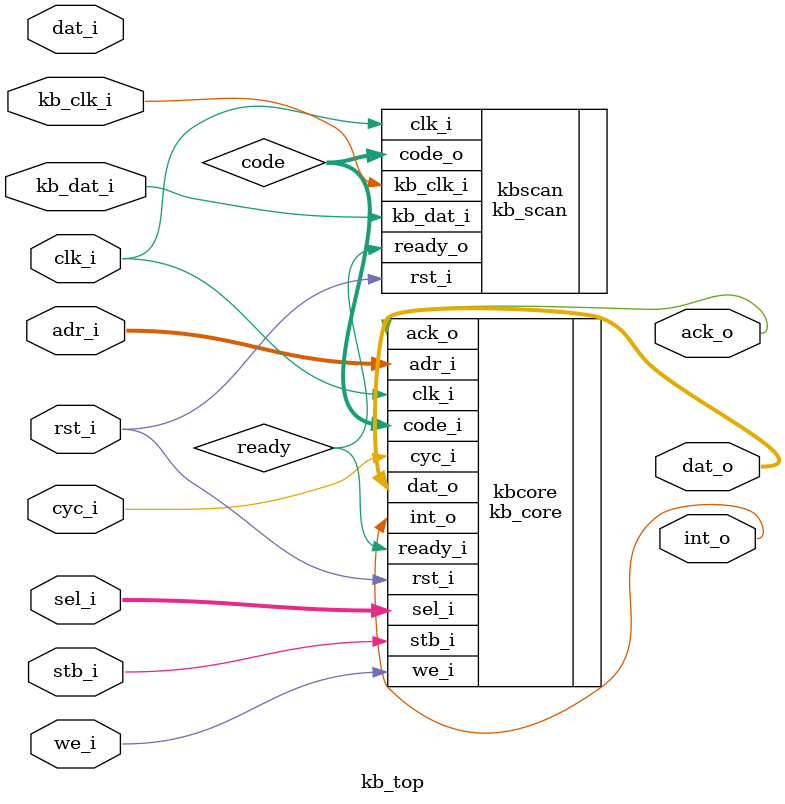
<source format=v>
module kb_top(
		input  clk_i,
		input  rst_i,
		input  stb_i,
		input  cyc_i,
		input  we_i,
		input [3:0] sel_i,
		output ack_o,
		output int_o,
		input [31:0] adr_i,
		input [31:0] dat_i,
		output[31:0] dat_o,
		/* KeyBoard */
	 	input  kb_clk_i,
		input  kb_dat_i
);

	wire [7:0] code;
	wire ready;
	kb_scan kbscan(
		.clk_i(clk_i),
		.rst_i(rst_i),
		.kb_clk_i(kb_clk_i),
		.kb_dat_i(kb_dat_i),
		.ready_o(ready),
		.code_o(code)
	);
		
	kb_core kbcore(
			.clk_i(clk_i),
			.rst_i(rst_i),
			.stb_i(stb_i),
			.cyc_i(cyc_i),
			.sel_i(sel_i),
			.we_i(we_i),
			.dat_o(dat_o),
			.ack_o(ack_o),
			.adr_i(adr_i),
			.int_o(int_o),
			.code_i(code),
			.ready_i(ready)
	);
endmodule

</source>
